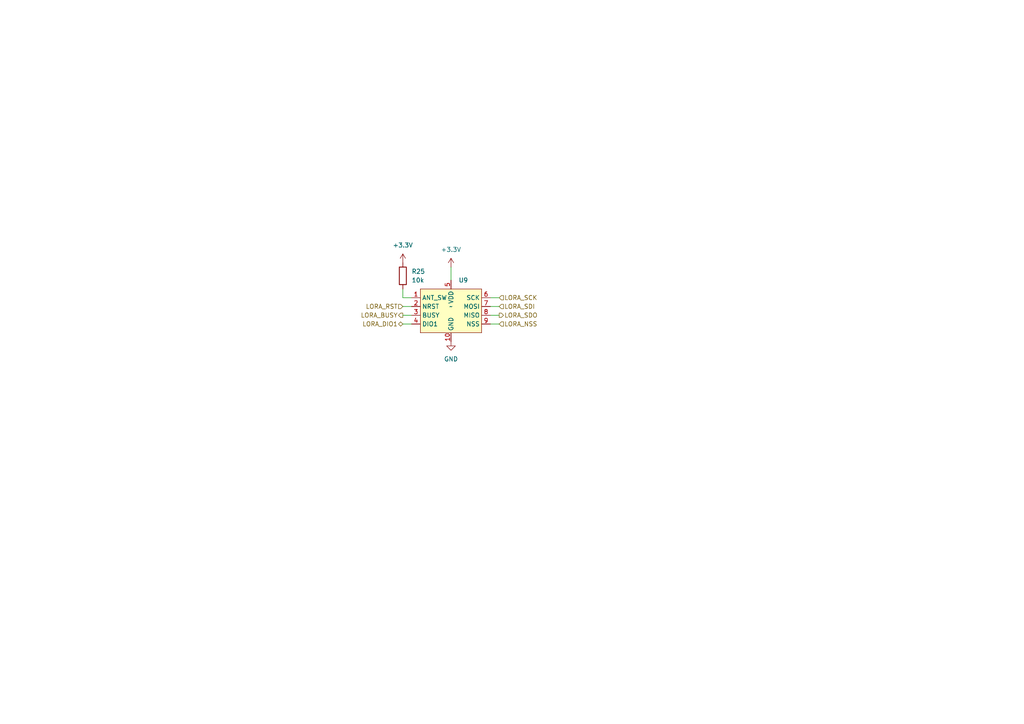
<source format=kicad_sch>
(kicad_sch (version 20230121) (generator eeschema)

  (uuid db8ca535-9003-42ae-8178-a2b16afecce3)

  (paper "A4")

  (lib_symbols
    (symbol "Device:R" (pin_numbers hide) (pin_names (offset 0)) (in_bom yes) (on_board yes)
      (property "Reference" "R" (at 2.032 0 90)
        (effects (font (size 1.27 1.27)))
      )
      (property "Value" "R" (at 0 0 90)
        (effects (font (size 1.27 1.27)))
      )
      (property "Footprint" "" (at -1.778 0 90)
        (effects (font (size 1.27 1.27)) hide)
      )
      (property "Datasheet" "~" (at 0 0 0)
        (effects (font (size 1.27 1.27)) hide)
      )
      (property "ki_keywords" "R res resistor" (at 0 0 0)
        (effects (font (size 1.27 1.27)) hide)
      )
      (property "ki_description" "Resistor" (at 0 0 0)
        (effects (font (size 1.27 1.27)) hide)
      )
      (property "ki_fp_filters" "R_*" (at 0 0 0)
        (effects (font (size 1.27 1.27)) hide)
      )
      (symbol "R_0_1"
        (rectangle (start -1.016 -2.54) (end 1.016 2.54)
          (stroke (width 0.254) (type default))
          (fill (type none))
        )
      )
      (symbol "R_1_1"
        (pin passive line (at 0 3.81 270) (length 1.27)
          (name "~" (effects (font (size 1.27 1.27))))
          (number "1" (effects (font (size 1.27 1.27))))
        )
        (pin passive line (at 0 -3.81 90) (length 1.27)
          (name "~" (effects (font (size 1.27 1.27))))
          (number "2" (effects (font (size 1.27 1.27))))
        )
      )
    )
    (symbol "Project:LR62E" (in_bom yes) (on_board yes)
      (property "Reference" "U" (at -7.62 7.62 0)
        (effects (font (size 1.27 1.27)))
      )
      (property "Value" "" (at 0 0 0)
        (effects (font (size 1.27 1.27)))
      )
      (property "Footprint" "Project:LR62E" (at 0 -20.32 0)
        (effects (font (size 1.27 1.27)) hide)
      )
      (property "Datasheet" "" (at 0 0 0)
        (effects (font (size 1.27 1.27)) hide)
      )
      (symbol "LR62E_1_1"
        (rectangle (start -8.89 5.08) (end 8.89 -7.62)
          (stroke (width 0) (type default))
          (fill (type background))
        )
        (pin input line (at -11.43 2.54 0) (length 2.54)
          (name "ANT_SW" (effects (font (size 1.27 1.27))))
          (number "1" (effects (font (size 1.27 1.27))))
        )
        (pin power_in line (at 0 -10.16 90) (length 2.54)
          (name "GND" (effects (font (size 1.27 1.27))))
          (number "10" (effects (font (size 1.27 1.27))))
        )
        (pin input line (at -11.43 0 0) (length 2.54)
          (name "NRST" (effects (font (size 1.27 1.27))))
          (number "2" (effects (font (size 1.27 1.27))))
        )
        (pin output line (at -11.43 -2.54 0) (length 2.54)
          (name "BUSY" (effects (font (size 1.27 1.27))))
          (number "3" (effects (font (size 1.27 1.27))))
        )
        (pin bidirectional line (at -11.43 -5.08 0) (length 2.54)
          (name "DIO1" (effects (font (size 1.27 1.27))))
          (number "4" (effects (font (size 1.27 1.27))))
        )
        (pin power_in line (at 0 7.62 270) (length 2.54)
          (name "VDD" (effects (font (size 1.27 1.27))))
          (number "5" (effects (font (size 1.27 1.27))))
        )
        (pin input line (at 11.43 2.54 180) (length 2.54)
          (name "SCK" (effects (font (size 1.27 1.27))))
          (number "6" (effects (font (size 1.27 1.27))))
        )
        (pin input line (at 11.43 0 180) (length 2.54)
          (name "MOSI" (effects (font (size 1.27 1.27))))
          (number "7" (effects (font (size 1.27 1.27))))
        )
        (pin output line (at 11.43 -2.54 180) (length 2.54)
          (name "MISO" (effects (font (size 1.27 1.27))))
          (number "8" (effects (font (size 1.27 1.27))))
        )
        (pin input line (at 11.43 -5.08 180) (length 2.54)
          (name "NSS" (effects (font (size 1.27 1.27))))
          (number "9" (effects (font (size 1.27 1.27))))
        )
      )
    )
    (symbol "power:+3.3V" (power) (pin_names (offset 0)) (in_bom yes) (on_board yes)
      (property "Reference" "#PWR" (at 0 -3.81 0)
        (effects (font (size 1.27 1.27)) hide)
      )
      (property "Value" "+3.3V" (at 0 3.556 0)
        (effects (font (size 1.27 1.27)))
      )
      (property "Footprint" "" (at 0 0 0)
        (effects (font (size 1.27 1.27)) hide)
      )
      (property "Datasheet" "" (at 0 0 0)
        (effects (font (size 1.27 1.27)) hide)
      )
      (property "ki_keywords" "global power" (at 0 0 0)
        (effects (font (size 1.27 1.27)) hide)
      )
      (property "ki_description" "Power symbol creates a global label with name \"+3.3V\"" (at 0 0 0)
        (effects (font (size 1.27 1.27)) hide)
      )
      (symbol "+3.3V_0_1"
        (polyline
          (pts
            (xy -0.762 1.27)
            (xy 0 2.54)
          )
          (stroke (width 0) (type default))
          (fill (type none))
        )
        (polyline
          (pts
            (xy 0 0)
            (xy 0 2.54)
          )
          (stroke (width 0) (type default))
          (fill (type none))
        )
        (polyline
          (pts
            (xy 0 2.54)
            (xy 0.762 1.27)
          )
          (stroke (width 0) (type default))
          (fill (type none))
        )
      )
      (symbol "+3.3V_1_1"
        (pin power_in line (at 0 0 90) (length 0) hide
          (name "+3.3V" (effects (font (size 1.27 1.27))))
          (number "1" (effects (font (size 1.27 1.27))))
        )
      )
    )
    (symbol "power:GND" (power) (pin_names (offset 0)) (in_bom yes) (on_board yes)
      (property "Reference" "#PWR" (at 0 -6.35 0)
        (effects (font (size 1.27 1.27)) hide)
      )
      (property "Value" "GND" (at 0 -3.81 0)
        (effects (font (size 1.27 1.27)))
      )
      (property "Footprint" "" (at 0 0 0)
        (effects (font (size 1.27 1.27)) hide)
      )
      (property "Datasheet" "" (at 0 0 0)
        (effects (font (size 1.27 1.27)) hide)
      )
      (property "ki_keywords" "global power" (at 0 0 0)
        (effects (font (size 1.27 1.27)) hide)
      )
      (property "ki_description" "Power symbol creates a global label with name \"GND\" , ground" (at 0 0 0)
        (effects (font (size 1.27 1.27)) hide)
      )
      (symbol "GND_0_1"
        (polyline
          (pts
            (xy 0 0)
            (xy 0 -1.27)
            (xy 1.27 -1.27)
            (xy 0 -2.54)
            (xy -1.27 -1.27)
            (xy 0 -1.27)
          )
          (stroke (width 0) (type default))
          (fill (type none))
        )
      )
      (symbol "GND_1_1"
        (pin power_in line (at 0 0 270) (length 0) hide
          (name "GND" (effects (font (size 1.27 1.27))))
          (number "1" (effects (font (size 1.27 1.27))))
        )
      )
    )
  )


  (wire (pts (xy 116.84 88.9) (xy 119.38 88.9))
    (stroke (width 0) (type default))
    (uuid 2fdf7bce-a497-40f0-b764-597e55f1d7d9)
  )
  (wire (pts (xy 142.24 91.44) (xy 144.78 91.44))
    (stroke (width 0) (type default))
    (uuid 422fa050-d5a3-4b02-adb0-b45ca7819b42)
  )
  (wire (pts (xy 142.24 93.98) (xy 144.78 93.98))
    (stroke (width 0) (type default))
    (uuid 4b703eb6-b2a9-48b5-92fb-2b0fd46c6884)
  )
  (wire (pts (xy 142.24 86.36) (xy 144.78 86.36))
    (stroke (width 0) (type default))
    (uuid 5b17d4e1-b18a-45f2-bb8d-a1d02bc0252f)
  )
  (wire (pts (xy 116.84 93.98) (xy 119.38 93.98))
    (stroke (width 0) (type default))
    (uuid 7ac1b257-98df-44f4-af96-4ec22a90b3f1)
  )
  (wire (pts (xy 116.84 83.82) (xy 116.84 86.36))
    (stroke (width 0) (type default))
    (uuid 806f88c6-6469-44b6-a619-2e230b7f3db5)
  )
  (wire (pts (xy 116.84 91.44) (xy 119.38 91.44))
    (stroke (width 0) (type default))
    (uuid b183f32f-b33d-4955-81da-6d72893b03ee)
  )
  (wire (pts (xy 142.24 88.9) (xy 144.78 88.9))
    (stroke (width 0) (type default))
    (uuid e295f6d8-de54-4414-b7e5-26cccf57b864)
  )
  (wire (pts (xy 116.84 86.36) (xy 119.38 86.36))
    (stroke (width 0) (type default))
    (uuid f1213db9-c845-4791-9a9b-a748076b2e27)
  )
  (wire (pts (xy 130.81 77.47) (xy 130.81 81.28))
    (stroke (width 0) (type default))
    (uuid fdf26e60-00c8-4d0e-bb22-108afe17b90c)
  )

  (hierarchical_label "LORA_SDI" (shape input) (at 144.78 88.9 0) (fields_autoplaced)
    (effects (font (size 1.27 1.27)) (justify left))
    (uuid 0da7fe67-189a-4193-8626-4b9b8f9bb1bf)
  )
  (hierarchical_label "LORA_NSS" (shape input) (at 144.78 93.98 0) (fields_autoplaced)
    (effects (font (size 1.27 1.27)) (justify left))
    (uuid 799c8e5a-6b3c-4d51-9e6a-c6e8f5e939fc)
  )
  (hierarchical_label "LORA_DIO1" (shape bidirectional) (at 116.84 93.98 180) (fields_autoplaced)
    (effects (font (size 1.27 1.27)) (justify right))
    (uuid 7a121db8-5773-4173-92ad-236fd0ef7d95)
  )
  (hierarchical_label "LORA_SCK" (shape input) (at 144.78 86.36 0) (fields_autoplaced)
    (effects (font (size 1.27 1.27)) (justify left))
    (uuid 881a08ba-298d-4a8c-97e8-15d744731432)
  )
  (hierarchical_label "LORA_BUSY" (shape output) (at 116.84 91.44 180) (fields_autoplaced)
    (effects (font (size 1.27 1.27)) (justify right))
    (uuid 959893d9-40a0-4c09-84f8-e2e2b9f29d26)
  )
  (hierarchical_label "LORA_SDO" (shape output) (at 144.78 91.44 0) (fields_autoplaced)
    (effects (font (size 1.27 1.27)) (justify left))
    (uuid c2febf3e-d6fc-4ed0-a8a4-b3119bfd14f5)
  )
  (hierarchical_label "LORA_RST" (shape input) (at 116.84 88.9 180) (fields_autoplaced)
    (effects (font (size 1.27 1.27)) (justify right))
    (uuid eb26a613-442f-43e6-b65d-f40b82ccf63a)
  )

  (symbol (lib_id "Project:LR62E") (at 130.81 88.9 0) (unit 1)
    (in_bom yes) (on_board yes) (dnp no) (fields_autoplaced)
    (uuid 146f5634-3551-4e9d-8655-3253d548aac2)
    (property "Reference" "U9" (at 133.0041 81.28 0)
      (effects (font (size 1.27 1.27)) (justify left))
    )
    (property "Value" "~" (at 130.81 88.9 0)
      (effects (font (size 1.27 1.27)))
    )
    (property "Footprint" "Project:LR62E" (at 130.81 109.22 0)
      (effects (font (size 1.27 1.27)) hide)
    )
    (property "Datasheet" "" (at 130.81 88.9 0)
      (effects (font (size 1.27 1.27)) hide)
    )
    (pin "1" (uuid 5337ab50-772e-476a-aeb8-09665feae83b))
    (pin "10" (uuid 0e5255e3-b7b2-4d76-838c-48c313c53417))
    (pin "2" (uuid add4a2a0-2b3b-4bf9-ab2d-2ff073bddd00))
    (pin "3" (uuid eb77085f-4eca-410b-975a-3e92a7b8252e))
    (pin "4" (uuid 27735045-c95a-4c43-85ed-14cd306982b4))
    (pin "5" (uuid 7a21d5f8-cb37-4fa6-8a16-cdf00f7179aa))
    (pin "6" (uuid f0413555-7e4e-419f-9c61-5434026d03ce))
    (pin "7" (uuid c0c39ad8-4c9d-409a-97a2-ce78c2becedf))
    (pin "8" (uuid daeb845a-ba53-4f36-9da4-84e15ec6c815))
    (pin "9" (uuid 70aa13f0-a87f-4362-92c2-b3f78c390933))
    (instances
      (project "Flight_Board"
        (path "/e8eb85d5-f1ff-4500-895d-25b9ff5f6d36/7c06db2a-34f5-45c0-9668-fbbbd940678c"
          (reference "U9") (unit 1)
        )
      )
    )
  )

  (symbol (lib_id "Device:R") (at 116.84 80.01 0) (unit 1)
    (in_bom yes) (on_board yes) (dnp no) (fields_autoplaced)
    (uuid 646bc23f-a66d-4558-bebd-ed05971b2c70)
    (property "Reference" "R25" (at 119.38 78.74 0)
      (effects (font (size 1.27 1.27)) (justify left))
    )
    (property "Value" "10k" (at 119.38 81.28 0)
      (effects (font (size 1.27 1.27)) (justify left))
    )
    (property "Footprint" "" (at 115.062 80.01 90)
      (effects (font (size 1.27 1.27)) hide)
    )
    (property "Datasheet" "~" (at 116.84 80.01 0)
      (effects (font (size 1.27 1.27)) hide)
    )
    (pin "1" (uuid b50fe887-5eaa-4b5c-8d89-0586de734801))
    (pin "2" (uuid 22d41261-d5ff-480e-96ad-b46fea812d01))
    (instances
      (project "Flight_Board"
        (path "/e8eb85d5-f1ff-4500-895d-25b9ff5f6d36/7c06db2a-34f5-45c0-9668-fbbbd940678c"
          (reference "R25") (unit 1)
        )
      )
    )
  )

  (symbol (lib_id "power:+3.3V") (at 130.81 77.47 0) (unit 1)
    (in_bom yes) (on_board yes) (dnp no) (fields_autoplaced)
    (uuid 72425300-469d-4046-aff8-ef4cac66b832)
    (property "Reference" "#PWR061" (at 130.81 81.28 0)
      (effects (font (size 1.27 1.27)) hide)
    )
    (property "Value" "+3.3V" (at 130.81 72.39 0)
      (effects (font (size 1.27 1.27)))
    )
    (property "Footprint" "" (at 130.81 77.47 0)
      (effects (font (size 1.27 1.27)) hide)
    )
    (property "Datasheet" "" (at 130.81 77.47 0)
      (effects (font (size 1.27 1.27)) hide)
    )
    (pin "1" (uuid fd9311b0-8f43-41dd-b78d-fd0cb0d0aceb))
    (instances
      (project "Flight_Board"
        (path "/e8eb85d5-f1ff-4500-895d-25b9ff5f6d36/7c06db2a-34f5-45c0-9668-fbbbd940678c"
          (reference "#PWR061") (unit 1)
        )
      )
    )
  )

  (symbol (lib_id "power:+3.3V") (at 116.84 76.2 0) (unit 1)
    (in_bom yes) (on_board yes) (dnp no) (fields_autoplaced)
    (uuid 78e3819c-5e57-47b0-95ec-eb7f089ed3c2)
    (property "Reference" "#PWR060" (at 116.84 80.01 0)
      (effects (font (size 1.27 1.27)) hide)
    )
    (property "Value" "+3.3V" (at 116.84 71.12 0)
      (effects (font (size 1.27 1.27)))
    )
    (property "Footprint" "" (at 116.84 76.2 0)
      (effects (font (size 1.27 1.27)) hide)
    )
    (property "Datasheet" "" (at 116.84 76.2 0)
      (effects (font (size 1.27 1.27)) hide)
    )
    (pin "1" (uuid 4e8a292c-bccc-4dd6-b3a0-31cd7dc8f08f))
    (instances
      (project "Flight_Board"
        (path "/e8eb85d5-f1ff-4500-895d-25b9ff5f6d36/7c06db2a-34f5-45c0-9668-fbbbd940678c"
          (reference "#PWR060") (unit 1)
        )
      )
    )
  )

  (symbol (lib_id "power:GND") (at 130.81 99.06 0) (unit 1)
    (in_bom yes) (on_board yes) (dnp no) (fields_autoplaced)
    (uuid 898d6c2c-af0f-4047-afce-62f764897825)
    (property "Reference" "#PWR062" (at 130.81 105.41 0)
      (effects (font (size 1.27 1.27)) hide)
    )
    (property "Value" "GND" (at 130.81 104.14 0)
      (effects (font (size 1.27 1.27)))
    )
    (property "Footprint" "" (at 130.81 99.06 0)
      (effects (font (size 1.27 1.27)) hide)
    )
    (property "Datasheet" "" (at 130.81 99.06 0)
      (effects (font (size 1.27 1.27)) hide)
    )
    (pin "1" (uuid 952b871f-13ab-44d1-a2af-f95f743ab16a))
    (instances
      (project "Flight_Board"
        (path "/e8eb85d5-f1ff-4500-895d-25b9ff5f6d36/7c06db2a-34f5-45c0-9668-fbbbd940678c"
          (reference "#PWR062") (unit 1)
        )
      )
    )
  )
)

</source>
